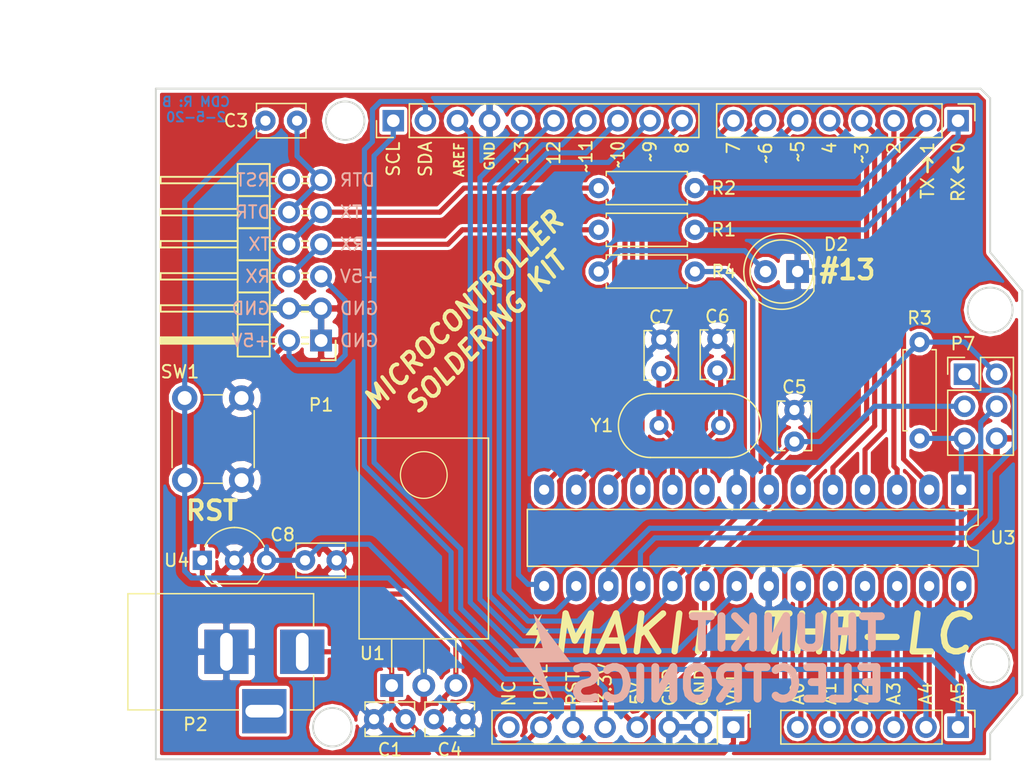
<source format=kicad_pcb>
(kicad_pcb (version 4) (host pcbnew 4.0.5+dfsg1-4)
  (title_block (title "MAKIT-THT Soldering Kit") (date 2018-05-13) (rev B) (company "Thunkit Electronics"))
  (layers (0 F.Cu signal) (31 B.Cu signal) (34 B.Paste user) (35 F.Paste user) (36 B.SilkS user) (37 F.SilkS user) (38 B.Mask user) (39 F.Mask user) (44 Edge.Cuts user))
  (net 0 "")
  (net 1 VIN)
  (net 2 GND)
  (net 3 +5V)
  (net 4 "Net-(C6-Pad2)")
  (net 5 "Net-(C7-Pad2)")
  (net 6 "Net-(P2-Pad3)")
  (net 7 RST)
  (net 8 PC5)
  (net 9 PC4)
  (net 10 PC3)
  (net 11 PC2)
  (net 12 PC1)
  (net 13 PC0)
  (net 14 PB0)
  (net 15 PB1)
  (net 16 PB2)
  (net 17 PB3)
  (net 18 PB4)
  (net 19 PB5)
  (net 20 AREF)
  (net 21 PD0)
  (net 22 PD1)
  (net 23 PD2)
  (net 24 PD3)
  (net 25 PD4)
  (net 26 PD6)
  (net 27 PD7)
  (net 28 "Net-(D2-Pad2)")
  (net 29 PD5)
  (net 30 "Net-(P3-Pad8)")
  (net 31 +3V3)
  (net 32 RST_IN)
  (net 33 TX_AVR)
  (net 34 RX_AVR)
  (net 35 "Net-(P1-Pad12)")
  (module Capacitors_THT:C_Disc_D3.8mm_W2.6mm_P2.50mm (layer F.Cu) (at 125.476 74.422 180)
    (fp_text reference C3 (at 4.826 0 180) (layer F.SilkS))
    (fp_text value 1uF)
    (pad 1 thru_hole circle (at 0 0 180) (size 1.6 1.6) (drill 0.8) (layers *.Cu *.Mask) (net 32 RST_IN))
    (pad 2 thru_hole circle (at 2.5 0 180) (size 1.6 1.6) (drill 0.8) (layers *.Cu *.Mask) (net 7 RST))
  )
  (module Housings_DIP:DIP-28_W7.62mm_LongPads (layer F.Cu) (at 178.054 103.632 270)
    (fp_text reference U3 (at 3.81 -3.302 540) (layer F.SilkS))
    (fp_text value ATMEGA328P-P)
    (pad 1 thru_hole rect (at 0 0 270) (size 2.4 1.6) (drill 0.8) (layers *.Cu *.Mask) (net 7 RST))
    (pad 15 thru_hole oval (at 7.62 33.02 270) (size 2.4 1.6) (drill 0.8) (layers *.Cu *.Mask) (net 15 PB1))
    (pad 2 thru_hole oval (at 0 2.54 270) (size 2.4 1.6) (drill 0.8) (layers *.Cu *.Mask) (net 21 PD0))
    (pad 16 thru_hole oval (at 7.62 30.48 270) (size 2.4 1.6) (drill 0.8) (layers *.Cu *.Mask) (net 16 PB2))
    (pad 3 thru_hole oval (at 0 5.08 270) (size 2.4 1.6) (drill 0.8) (layers *.Cu *.Mask) (net 22 PD1))
    (pad 17 thru_hole oval (at 7.62 27.94 270) (size 2.4 1.6) (drill 0.8) (layers *.Cu *.Mask) (net 17 PB3))
    (pad 4 thru_hole oval (at 0 7.62 270) (size 2.4 1.6) (drill 0.8) (layers *.Cu *.Mask) (net 23 PD2))
    (pad 18 thru_hole oval (at 7.62 25.4 270) (size 2.4 1.6) (drill 0.8) (layers *.Cu *.Mask) (net 18 PB4))
    (pad 5 thru_hole oval (at 0 10.16 270) (size 2.4 1.6) (drill 0.8) (layers *.Cu *.Mask) (net 24 PD3))
    (pad 19 thru_hole oval (at 7.62 22.86 270) (size 2.4 1.6) (drill 0.8) (layers *.Cu *.Mask) (net 19 PB5))
    (pad 6 thru_hole oval (at 0 12.7 270) (size 2.4 1.6) (drill 0.8) (layers *.Cu *.Mask) (net 25 PD4))
    (pad 20 thru_hole oval (at 7.62 20.32 270) (size 2.4 1.6) (drill 0.8) (layers *.Cu *.Mask) (net 3 +5V))
    (pad 7 thru_hole oval (at 0 15.24 270) (size 2.4 1.6) (drill 0.8) (layers *.Cu *.Mask) (net 3 +5V))
    (pad 21 thru_hole oval (at 7.62 17.78 270) (size 2.4 1.6) (drill 0.8) (layers *.Cu *.Mask) (net 20 AREF))
    (pad 8 thru_hole oval (at 0 17.78 270) (size 2.4 1.6) (drill 0.8) (layers *.Cu *.Mask) (net 2 GND))
    (pad 22 thru_hole oval (at 7.62 15.24 270) (size 2.4 1.6) (drill 0.8) (layers *.Cu *.Mask) (net 2 GND))
    (pad 9 thru_hole oval (at 0 20.32 270) (size 2.4 1.6) (drill 0.8) (layers *.Cu *.Mask) (net 4 "Net-(C6-Pad2)"))
    (pad 23 thru_hole oval (at 7.62 12.7 270) (size 2.4 1.6) (drill 0.8) (layers *.Cu *.Mask) (net 13 PC0))
    (pad 10 thru_hole oval (at 0 22.86 270) (size 2.4 1.6) (drill 0.8) (layers *.Cu *.Mask) (net 5 "Net-(C7-Pad2)"))
    (pad 24 thru_hole oval (at 7.62 10.16 270) (size 2.4 1.6) (drill 0.8) (layers *.Cu *.Mask) (net 12 PC1))
    (pad 11 thru_hole oval (at 0 25.4 270) (size 2.4 1.6) (drill 0.8) (layers *.Cu *.Mask) (net 29 PD5))
    (pad 25 thru_hole oval (at 7.62 7.62 270) (size 2.4 1.6) (drill 0.8) (layers *.Cu *.Mask) (net 11 PC2))
    (pad 12 thru_hole oval (at 0 27.94 270) (size 2.4 1.6) (drill 0.8) (layers *.Cu *.Mask) (net 26 PD6))
    (pad 26 thru_hole oval (at 7.62 5.08 270) (size 2.4 1.6) (drill 0.8) (layers *.Cu *.Mask) (net 10 PC3))
    (pad 13 thru_hole oval (at 0 30.48 270) (size 2.4 1.6) (drill 0.8) (layers *.Cu *.Mask) (net 27 PD7))
    (pad 27 thru_hole oval (at 7.62 2.54 270) (size 2.4 1.6) (drill 0.8) (layers *.Cu *.Mask) (net 9 PC4))
    (pad 14 thru_hole oval (at 0 33.02 270) (size 2.4 1.6) (drill 0.8) (layers *.Cu *.Mask) (net 14 PB0))
    (pad 28 thru_hole oval (at 7.62 0 270) (size 2.4 1.6) (drill 0.8) (layers *.Cu *.Mask) (net 8 PC5))
  )
  (module Capacitors_THT:C_Disc_D3.8mm_W2.6mm_P2.50mm (layer F.Cu) (at 164.846 99.822 90)
    (fp_text reference C5 (at 4.318 0 180) (layer F.SilkS))
    (fp_text value 1uF)
    (pad 1 thru_hole circle (at 0 0 90) (size 1.6 1.6) (drill 0.8) (layers *.Cu *.Mask) (net 3 +5V))
    (pad 2 thru_hole circle (at 2.5 0 90) (size 1.6 1.6) (drill 0.8) (layers *.Cu *.Mask) (net 2 GND))
  )
  (module Capacitors_THT:C_Disc_D3.8mm_W2.6mm_P2.50mm (layer F.Cu) (at 134.072 121.793 180)
    (fp_text reference C1 (at 1.23 -2.413 180) (layer F.SilkS))
    (fp_text value 1uF)
    (pad 1 thru_hole circle (at 0 0 180) (size 1.6 1.6) (drill 0.8) (layers *.Cu *.Mask) (net 1 VIN))
    (pad 2 thru_hole circle (at 2.5 0 180) (size 1.6 1.6) (drill 0.8) (layers *.Cu *.Mask) (net 2 GND))
  )
  (module Capacitors_THT:C_Disc_D3.8mm_W2.6mm_P2.50mm (layer F.Cu) (at 136.311 121.793)
    (fp_text reference C4 (at 1.25 2.413) (layer F.SilkS))
    (fp_text value 1uF)
    (pad 1 thru_hole circle (at 0 0) (size 1.6 1.6) (drill 0.8) (layers *.Cu *.Mask) (net 3 +5V))
    (pad 2 thru_hole circle (at 2.5 0) (size 1.6 1.6) (drill 0.8) (layers *.Cu *.Mask) (net 2 GND))
  )
  (module Capacitors_THT:C_Disc_D3.8mm_W2.6mm_P2.50mm (layer F.Cu) (at 158.75 91.694 270)
    (fp_text reference C6 (at -1.778 0 360) (layer F.SilkS))
    (fp_text value 22pF)
    (pad 1 thru_hole circle (at 0 0 270) (size 1.6 1.6) (drill 0.8) (layers *.Cu *.Mask) (net 2 GND))
    (pad 2 thru_hole circle (at 2.5 0 270) (size 1.6 1.6) (drill 0.8) (layers *.Cu *.Mask) (net 4 "Net-(C6-Pad2)"))
  )
  (module Capacitors_THT:C_Disc_D3.8mm_W2.6mm_P2.50mm (layer F.Cu) (at 154.305 91.748 270)
    (fp_text reference C7 (at -1.778 0 360) (layer F.SilkS))
    (fp_text value 22pF)
    (pad 1 thru_hole circle (at 0 0 270) (size 1.6 1.6) (drill 0.8) (layers *.Cu *.Mask) (net 2 GND))
    (pad 2 thru_hole circle (at 2.5 0 270) (size 1.6 1.6) (drill 0.8) (layers *.Cu *.Mask) (net 5 "Net-(C7-Pad2)"))
  )
  (module Connectors:BARREL_JACK (layer F.Cu) (at 125.888 116.459)
    (fp_text reference P2 (at -8.45 5.75 180) (layer F.SilkS))
    (fp_text value BARREL_JACK)
    (pad 1 thru_hole rect (at 0 0) (size 3.5 3.5) (drill oval 1 3) (layers *.Cu *.Mask) (net 1 VIN))
    (pad 2 thru_hole rect (at -6 0) (size 3.5 3.5) (drill oval 1 3) (layers *.Cu *.Mask) (net 2 GND))
    (pad 3 thru_hole rect (at -3 4.7) (size 3.5 3.5) (drill oval 3 1) (layers *.Cu *.Mask) (net 6 "Net-(P2-Pad3)"))
  )
  (module Pin_Headers:Pin_Header_Straight_1x06_Pitch2.54mm (layer F.Cu) (at 177.8 122.428 270)
    (fp_text reference P4 hide)
    (fp_text value CONN_01X06)
    (pad 1 thru_hole rect (at 0 0 270) (size 1.7 1.7) (drill 1) (layers *.Cu *.Mask) (net 8 PC5))
    (pad 2 thru_hole oval (at 0 2.54 270) (size 1.7 1.7) (drill 1) (layers *.Cu *.Mask) (net 9 PC4))
    (pad 3 thru_hole oval (at 0 5.08 270) (size 1.7 1.7) (drill 1) (layers *.Cu *.Mask) (net 10 PC3))
    (pad 4 thru_hole oval (at 0 7.62 270) (size 1.7 1.7) (drill 1) (layers *.Cu *.Mask) (net 11 PC2))
    (pad 5 thru_hole oval (at 0 10.16 270) (size 1.7 1.7) (drill 1) (layers *.Cu *.Mask) (net 12 PC1))
    (pad 6 thru_hole oval (at 0 12.7 270) (size 1.7 1.7) (drill 1) (layers *.Cu *.Mask) (net 13 PC0))
  )
  (module Pin_Headers:Pin_Header_Straight_1x08_Pitch2.54mm (layer F.Cu) (at 177.8 74.422 270)
    (fp_text reference P6 hide)
    (fp_text value CONN_01X08)
    (pad 1 thru_hole rect (at 0 0 270) (size 1.7 1.7) (drill 1) (layers *.Cu *.Mask) (net 21 PD0))
    (pad 2 thru_hole oval (at 0 2.54 270) (size 1.7 1.7) (drill 1) (layers *.Cu *.Mask) (net 22 PD1))
    (pad 3 thru_hole oval (at 0 5.08 270) (size 1.7 1.7) (drill 1) (layers *.Cu *.Mask) (net 23 PD2))
    (pad 4 thru_hole oval (at 0 7.62 270) (size 1.7 1.7) (drill 1) (layers *.Cu *.Mask) (net 24 PD3))
    (pad 5 thru_hole oval (at 0 10.16 270) (size 1.7 1.7) (drill 1) (layers *.Cu *.Mask) (net 25 PD4))
    (pad 6 thru_hole oval (at 0 12.7 270) (size 1.7 1.7) (drill 1) (layers *.Cu *.Mask) (net 29 PD5))
    (pad 7 thru_hole oval (at 0 15.24 270) (size 1.7 1.7) (drill 1) (layers *.Cu *.Mask) (net 26 PD6))
    (pad 8 thru_hole oval (at 0 17.78 270) (size 1.7 1.7) (drill 1) (layers *.Cu *.Mask) (net 27 PD7))
  )
  (module Resistors_THT:R_Axial_DIN0207_L6.3mm_D2.5mm_P7.62mm_Horizontal (layer F.Cu) (at 156.972 83.058 180)
    (fp_text reference R1 (at -2.286 0 180) (layer F.SilkS))
    (fp_text value 1K)
    (pad 1 thru_hole circle (at 0 0 180) (size 1.6 1.6) (drill 0.8) (layers *.Cu *.Mask) (net 21 PD0))
    (pad 2 thru_hole oval (at 7.62 0 180) (size 1.6 1.6) (drill 0.8) (layers *.Cu *.Mask) (net 34 RX_AVR))
  )
  (module Resistors_THT:R_Axial_DIN0207_L6.3mm_D2.5mm_P7.62mm_Horizontal (layer F.Cu) (at 156.972 79.756 180)
    (fp_text reference R2 (at -2.286 0 180) (layer F.SilkS))
    (fp_text value 1K)
    (pad 1 thru_hole circle (at 0 0 180) (size 1.6 1.6) (drill 0.8) (layers *.Cu *.Mask) (net 22 PD1))
    (pad 2 thru_hole oval (at 7.62 0 180) (size 1.6 1.6) (drill 0.8) (layers *.Cu *.Mask) (net 33 TX_AVR))
  )
  (module Resistors_THT:R_Axial_DIN0207_L6.3mm_D2.5mm_P7.62mm_Horizontal (layer F.Cu) (at 174.752 91.948 270)
    (fp_text reference R3 (at -1.905 0 360) (layer F.SilkS))
    (fp_text value 10K)
    (pad 1 thru_hole circle (at 0 0 270) (size 1.6 1.6) (drill 0.8) (layers *.Cu *.Mask) (net 3 +5V))
    (pad 2 thru_hole oval (at 7.62 0 270) (size 1.6 1.6) (drill 0.8) (layers *.Cu *.Mask) (net 7 RST))
  )
  (module Buttons_Switches_THT:SW_PUSH_6mm (layer F.Cu) (at 116.586 102.87 90)
    (fp_text reference SW1 (at 8.5725 -0.381 360) (layer F.SilkS))
    (fp_text value Push_SW)
    (pad 2 thru_hole circle (at 0 4.5 180) (size 2 2) (drill 1.1) (layers *.Cu *.Mask) (net 2 GND))
    (pad 1 thru_hole circle (at 0 0 180) (size 2 2) (drill 1.1) (layers *.Cu *.Mask) (net 7 RST))
    (pad 2 thru_hole circle (at 6.5 4.5 180) (size 2 2) (drill 1.1) (layers *.Cu *.Mask) (net 2 GND))
    (pad 1 thru_hole circle (at 6.5 0 180) (size 2 2) (drill 1.1) (layers *.Cu *.Mask) (net 7 RST))
  )
  (module Crystals:Crystal_HC49-U_Vertical (layer F.Cu) (at 159.004 98.552 180)
    (fp_text reference Y1 (at 9.398 0 180) (layer F.SilkS))
    (fp_text value 16MHz)
    (pad 1 thru_hole circle (at 0 0 180) (size 1.5 1.5) (drill 0.8) (layers *.Cu *.Mask) (net 4 "Net-(C6-Pad2)"))
    (pad 2 thru_hole circle (at 4.88 0 180) (size 1.5 1.5) (drill 0.8) (layers *.Cu *.Mask) (net 5 "Net-(C7-Pad2)"))
  )
  (module LEDs:LED_D5.0mm (layer F.Cu) (at 165.1 86.36 180)
    (fp_text reference D2 (at -3.048 2.159 360) (layer F.SilkS))
    (fp_text value LED)
    (pad 1 thru_hole rect (at 0 0 180) (size 1.8 1.8) (drill 0.9) (layers *.Cu *.Mask) (net 2 GND))
    (pad 2 thru_hole circle (at 2.54 0 180) (size 1.8 1.8) (drill 0.9) (layers *.Cu *.Mask) (net 28 "Net-(D2-Pad2)"))
  )
  (module Resistors_THT:R_Axial_DIN0207_L6.3mm_D2.5mm_P7.62mm_Horizontal (layer F.Cu) (at 149.352 86.36)
    (fp_text reference R4 (at 9.906 0 180) (layer F.SilkS))
    (fp_text value 330)
    (pad 1 thru_hole circle (at 0 0) (size 1.6 1.6) (drill 0.8) (layers *.Cu *.Mask) (net 28 "Net-(D2-Pad2)"))
    (pad 2 thru_hole oval (at 7.62 0) (size 1.6 1.6) (drill 0.8) (layers *.Cu *.Mask) (net 19 PB5))
  )
  (module Pin_Headers:Pin_Header_Straight_1x08_Pitch2.54mm (layer F.Cu) (at 160.02 122.428 270)
    (fp_text reference P3 hide)
    (fp_text value CONN_01X08)
    (pad 1 thru_hole rect (at 0 0 270) (size 1.7 1.7) (drill 1) (layers *.Cu *.Mask) (net 1 VIN))
    (pad 2 thru_hole oval (at 0 2.54 270) (size 1.7 1.7) (drill 1) (layers *.Cu *.Mask) (net 2 GND))
    (pad 3 thru_hole oval (at 0 5.08 270) (size 1.7 1.7) (drill 1) (layers *.Cu *.Mask) (net 2 GND))
    (pad 4 thru_hole oval (at 0 7.62 270) (size 1.7 1.7) (drill 1) (layers *.Cu *.Mask) (net 3 +5V))
    (pad 5 thru_hole oval (at 0 10.16 270) (size 1.7 1.7) (drill 1) (layers *.Cu *.Mask) (net 31 +3V3))
    (pad 6 thru_hole oval (at 0 12.7 270) (size 1.7 1.7) (drill 1) (layers *.Cu *.Mask) (net 7 RST))
    (pad 7 thru_hole oval (at 0 15.24 270) (size 1.7 1.7) (drill 1) (layers *.Cu *.Mask) (net 3 +5V))
    (pad 8 thru_hole oval (at 0 17.78 270) (size 1.7 1.7) (drill 1) (layers *.Cu *.Mask) (net 30 "Net-(P3-Pad8)"))
  )
  (module MOD:lightning (layer F.Cu) (at 144.526 114.808)
    (fp_text reference G*** hide)
    (fp_text value LOGO hide)
  )
  (module Pin_Headers:Pin_Header_Straight_2x03_Pitch2.54mm (layer F.Cu) (at 178.308 94.488)
    (fp_text reference P7 (at -0.127 -2.413) (layer F.SilkS))
    (fp_text value ICSP)
    (pad 1 thru_hole rect (at 0 0) (size 1.7 1.7) (drill 1) (layers *.Cu *.Mask) (net 18 PB4))
    (pad 2 thru_hole oval (at 2.54 0) (size 1.7 1.7) (drill 1) (layers *.Cu *.Mask) (net 3 +5V))
    (pad 3 thru_hole oval (at 0 2.54) (size 1.7 1.7) (drill 1) (layers *.Cu *.Mask) (net 19 PB5))
    (pad 4 thru_hole oval (at 2.54 2.54) (size 1.7 1.7) (drill 1) (layers *.Cu *.Mask) (net 17 PB3))
    (pad 5 thru_hole oval (at 0 5.08) (size 1.7 1.7) (drill 1) (layers *.Cu *.Mask) (net 7 RST))
    (pad 6 thru_hole oval (at 2.54 5.08) (size 1.7 1.7) (drill 1) (layers *.Cu *.Mask) (net 2 GND))
  )
  (module Pin_Headers:Pin_Header_Straight_1x10_Pitch2.54mm (layer F.Cu) (at 133.096 74.422 90)
    (fp_text reference P5 hide)
    (fp_text value CONN_01X10)
    (pad 1 thru_hole rect (at 0 0 90) (size 1.7 1.7) (drill 1) (layers *.Cu *.Mask) (net 8 PC5))
    (pad 2 thru_hole oval (at 0 2.54 90) (size 1.7 1.7) (drill 1) (layers *.Cu *.Mask) (net 9 PC4))
    (pad 3 thru_hole oval (at 0 5.08 90) (size 1.7 1.7) (drill 1) (layers *.Cu *.Mask) (net 20 AREF))
    (pad 4 thru_hole oval (at 0 7.62 90) (size 1.7 1.7) (drill 1) (layers *.Cu *.Mask) (net 2 GND))
    (pad 5 thru_hole oval (at 0 10.16 90) (size 1.7 1.7) (drill 1) (layers *.Cu *.Mask) (net 19 PB5))
    (pad 6 thru_hole oval (at 0 12.7 90) (size 1.7 1.7) (drill 1) (layers *.Cu *.Mask) (net 18 PB4))
    (pad 7 thru_hole oval (at 0 15.24 90) (size 1.7 1.7) (drill 1) (layers *.Cu *.Mask) (net 17 PB3))
    (pad 8 thru_hole oval (at 0 17.78 90) (size 1.7 1.7) (drill 1) (layers *.Cu *.Mask) (net 16 PB2))
    (pad 9 thru_hole oval (at 0 20.32 90) (size 1.7 1.7) (drill 1) (layers *.Cu *.Mask) (net 15 PB1))
    (pad 10 thru_hole oval (at 0 22.86 90) (size 1.7 1.7) (drill 1) (layers *.Cu *.Mask) (net 14 PB0))
  )
  (module Capacitors_THT:C_Disc_D3.8mm_W2.6mm_P2.50mm (layer F.Cu) (at 126.111 109.22)
    (fp_text reference C8 (at -1.778 -2.032 180) (layer F.SilkS))
    (fp_text value 1uF)
    (pad 1 thru_hole circle (at 0 0) (size 1.6 1.6) (drill 0.8) (layers *.Cu *.Mask) (net 31 +3V3))
    (pad 2 thru_hole circle (at 2.5 0) (size 1.6 1.6) (drill 0.8) (layers *.Cu *.Mask) (net 2 GND))
  )
  (module TO_SOT_Packages_THT:TO-92_Inline_Wide (layer F.Cu) (at 117.983 109.22)
    (fp_text reference U4 (at -2.032 0 180) (layer F.SilkS))
    (fp_text value "3.3V Reg.")
    (pad 2 thru_hole circle (at 2.54 0 90) (size 1.52 1.52) (drill 0.8) (layers *.Cu *.Mask) (net 2 GND))
    (pad 3 thru_hole circle (at 5.08 0 90) (size 1.52 1.52) (drill 0.8) (layers *.Cu *.Mask) (net 31 +3V3))
    (pad 1 thru_hole rect (at 0 0 90) (size 1.52 1.52) (drill 0.8) (layers *.Cu *.Mask) (net 3 +5V))
  )
  (module MOD:TO-220-3_Horizontal_NO_HOLE (layer F.Cu) (at 132.969 119.126)
    (fp_text reference U1 (at -1.524 -2.54) (layer F.SilkS))
    (fp_text value LM7805CT)
    (pad 1 thru_hole rect (at 0 0) (size 1.8 1.8) (drill 1) (layers *.Cu *.Mask) (net 1 VIN))
    (pad 2 thru_hole oval (at 2.54 0) (size 1.8 1.8) (drill 1) (layers *.Cu *.Mask) (net 2 GND))
    (pad 3 thru_hole oval (at 5.08 0) (size 1.8 1.8) (drill 1) (layers *.Cu *.Mask) (net 3 +5V))
  )
  (module MOD:lightning3 (layer B.Cu) (at 144.9705 117.0305)
    (fp_text reference G*** hide)
    (fp_text value LOGO hide)
  )
  (module Pin_Headers:Pin_Header_Angled_2x06 (layer F.Cu) (at 127.381 91.821 180)
    (fp_text reference P1 (at 0 -5.1 180) (layer F.SilkS))
    (fp_text value CONN_02X06)
    (pad 1 thru_hole rect (at 0 0 180) (size 1.7272 1.7272) (drill 1.016) (layers *.Cu *.Mask) (net 2 GND))
    (pad 2 thru_hole oval (at 2.54 0 180) (size 1.7272 1.7272) (drill 1.016) (layers *.Cu *.Mask) (net 3 +5V))
    (pad 3 thru_hole oval (at 0 2.54 180) (size 1.7272 1.7272) (drill 1.016) (layers *.Cu *.Mask) (net 2 GND))
    (pad 4 thru_hole oval (at 2.54 2.54 180) (size 1.7272 1.7272) (drill 1.016) (layers *.Cu *.Mask) (net 2 GND))
    (pad 5 thru_hole oval (at 0 5.08 180) (size 1.7272 1.7272) (drill 1.016) (layers *.Cu *.Mask) (net 3 +5V))
    (pad 6 thru_hole oval (at 2.54 5.08 180) (size 1.7272 1.7272) (drill 1.016) (layers *.Cu *.Mask) (net 34 RX_AVR))
    (pad 7 thru_hole oval (at 0 7.62 180) (size 1.7272 1.7272) (drill 1.016) (layers *.Cu *.Mask) (net 34 RX_AVR))
    (pad 8 thru_hole oval (at 2.54 7.62 180) (size 1.7272 1.7272) (drill 1.016) (layers *.Cu *.Mask) (net 33 TX_AVR))
    (pad 9 thru_hole oval (at 0 10.16 180) (size 1.7272 1.7272) (drill 1.016) (layers *.Cu *.Mask) (net 33 TX_AVR))
    (pad 10 thru_hole oval (at 2.54 10.16 180) (size 1.7272 1.7272) (drill 1.016) (layers *.Cu *.Mask) (net 32 RST_IN))
    (pad 11 thru_hole oval (at 0 12.7 180) (size 1.7272 1.7272) (drill 1.016) (layers *.Cu *.Mask) (net 32 RST_IN))
    (pad 12 thru_hole oval (at 2.54 12.7 180) (size 1.7272 1.7272) (drill 1.016) (layers *.Cu *.Mask) (net 35 "Net-(P1-Pad12)"))
  )
  (gr_text +5V (at 123.444 91.821) (layer B.SilkS) (effects (font (size 1 1)) (justify left mirror)))
  (gr_text GND (at 123.444 89.281) (layer B.SilkS) (effects (font (size 1 1)) (justify left mirror)))
  (gr_text RX (at 123.444 86.741) (layer B.SilkS) (effects (font (size 1 1)) (justify left mirror)))
  (gr_text TX (at 123.444 84.201) (layer B.SilkS) (effects (font (size 1 1)) (justify left mirror)))
  (gr_text DTR (at 123.444 81.661) (layer B.SilkS) (effects (font (size 1 1)) (justify left mirror)))
  (gr_text RST (at 123.444 79.121) (layer B.SilkS) (effects (font (size 1 1)) (justify left mirror)))
  (gr_text "SOLDERING KIT" (at 140.462 91.186 45) (layer F.SilkS) (effects (font (size 1.5 1.5) (thickness 0.3) italic)))
  (gr_text MICROCONTROLLER (at 138.684 89.408 45) (layer F.SilkS) (effects (font (size 1.5 1.5) (thickness 0.3) italic)))
  (gr_text GND (at 128.778 91.821) (layer B.SilkS) (effects (font (size 1 1)) (justify right mirror)))
  (gr_text GND (at 128.778 89.281) (layer B.SilkS) (effects (font (size 1 1)) (justify right mirror)))
  (gr_text +5V (at 128.778 86.741) (layer B.SilkS) (effects (font (size 1 1)) (justify right mirror)))
  (gr_text RX (at 128.778 84.201) (layer B.SilkS) (effects (font (size 1 1)) (justify right mirror)))
  (gr_text TX (at 128.778 81.661) (layer B.SilkS) (effects (font (size 1 1)) (justify right mirror)))
  (gr_text DTR (at 128.778 79.121) (layer B.SilkS) (effects (font (size 1 1)) (justify right mirror)))
  (gr_line (start 179.578 71.882) (end 180.34 72.644) (layer Edge.Cuts) (width 0.15))
  (gr_text "THUNKIT\nELECTRONICS" (at 172.339 117.0305) (layer B.SilkS) (effects (font (size 2.5 2.5) (thickness 0.625)) (justify left mirror)))
  (gr_text 1 (at 175.387 76.581 90) (layer F.SilkS) (effects (font (size 1 1))))
  (gr_text 0 (at 177.8 76.581 90) (layer F.SilkS) (effects (font (size 1 1))))
  (gr_line (start 177.8 78.486) (end 177.418999 78.105) (layer F.SilkS) (width 0.2))
  (gr_line (start 177.8 78.486) (end 178.181 78.105) (layer F.SilkS) (width 0.2))
  (gr_line (start 177.8 77.343001) (end 177.8 78.486) (layer F.SilkS) (width 0.2))
  (gr_line (start 175.387 77.343) (end 175.768 77.724) (layer F.SilkS) (width 0.2))
  (gr_line (start 175.387 77.343) (end 175.006 77.724) (layer F.SilkS) (width 0.2))
  (gr_line (start 175.387 78.486) (end 175.387 77.343) (layer F.SilkS) (width 0.2))
  (gr_circle (center 128.27 122.428) (end 129.794 122.428) (layer Edge.Cuts) (width 0.15))
  (gr_text RX (at 177.8 79.883 90) (layer F.SilkS) (effects (font (size 1 1))))
  (gr_text TX (at 175.387 79.756 90) (layer F.SilkS) (effects (font (size 1 1))))
  (gr_text 2 (at 172.72 76.581 90) (layer F.SilkS) (effects (font (size 1 1))))
  (gr_text ~~3 (at 170.18 76.962 90) (layer F.SilkS) (effects (font (size 1 1))))
  (gr_text 4 (at 167.64 76.581 90) (layer F.SilkS) (effects (font (size 1 1))))
  (gr_text ~~5 (at 165.1 76.835 90) (layer F.SilkS) (effects (font (size 1 1))))
  (gr_text ~~6 (at 162.56 76.962 90) (layer F.SilkS) (effects (font (size 1 1))))
  (gr_text 7 (at 160.02 76.581 90) (layer F.SilkS) (effects (font (size 1 1))))
  (gr_text 8 (at 155.956 76.581 90) (layer F.SilkS) (effects (font (size 1 1))))
  (gr_text ~~9 (at 153.416 76.835 90) (layer F.SilkS) (effects (font (size 1 1))))
  (gr_text ~~10 (at 150.876 77.089 90) (layer F.SilkS) (effects (font (size 1 0.8))))
  (gr_text ~~11 (at 148.336 77.216 90) (layer F.SilkS) (effects (font (size 1 1))))
  (gr_text 12 (at 145.796 76.962 90) (layer F.SilkS) (effects (font (size 1 1))))
  (gr_text 13 (at 143.256 76.962 90) (layer F.SilkS) (effects (font (size 1 1))))
  (gr_text GND (at 140.716 77.216 90) (layer F.SilkS) (effects (font (size 0.75 0.75))))
  (gr_text "AREF " (at 138.303 77.216 90) (layer F.SilkS) (effects (font (size 0.75 0.75))))
  (gr_text SCL (at 133.096 77.47 90) (layer F.SilkS) (effects (font (size 1 1))))
  (gr_text SDA (at 135.636 77.47 90) (layer F.SilkS) (effects (font (size 1 1))))
  (gr_text A5 (at 177.8 119.761 90) (layer F.SilkS) (effects (font (size 1 1))))
  (gr_text A4 (at 175.26 119.761 90) (layer F.SilkS) (effects (font (size 1 1))))
  (gr_text A3 (at 172.72 119.761 90) (layer F.SilkS) (effects (font (size 1 1))))
  (gr_text A2 (at 170.18 119.761 90) (layer F.SilkS) (effects (font (size 1 1))))
  (gr_text A1 (at 167.64 119.761 90) (layer F.SilkS) (effects (font (size 1 1))))
  (gr_text A0 (at 165.1 119.761 90) (layer F.SilkS) (effects (font (size 1 1))))
  (gr_text VIN (at 160.02 119.507 90) (layer F.SilkS) (effects (font (size 1 1))))
  (gr_text GND (at 157.48 119.253 90) (layer F.SilkS) (effects (font (size 1 1))))
  (gr_text GND (at 154.94 119.253 90) (layer F.SilkS) (effects (font (size 1 1))))
  (gr_text 5V (at 152.4 119.761 90) (layer F.SilkS) (effects (font (size 1 1))))
  (gr_text 3.3V (at 149.86 118.999 90) (layer F.SilkS) (effects (font (size 1 1))))
  (gr_text RST (at 147.32 119.38 90) (layer F.SilkS) (effects (font (size 1 1))))
  (gr_text IOREF (at 144.78 118.618 90) (layer F.SilkS) (effects (font (size 1 1))))
  (gr_text NC (at 142.24 119.761 90) (layer F.SilkS) (effects (font (size 1 1))))
  (gr_text "CDM R: B\n2-5-20" (at 117.475 73.533) (layer B.Cu) (effects (font (size 0.75 0.75)) (justify mirror)))
  (gr_text RST (at 118.745 105.283) (layer F.SilkS) (effects (font (size 1.5 1.5) (thickness 0.3))))
  (gr_text MAKIT-THT-LC (at 162.306 115.062) (layer F.SilkS) (effects (font (size 3 3) (thickness 0.5) italic)))
  (gr_text "#13" (at 169.037 86.233) (layer F.SilkS) (effects (font (size 1.5 1.5) (thickness 0.3))))
  (gr_circle (center 180.34 117.348) (end 181.864 117.348) (layer Edge.Cuts) (width 0.15))
  (gr_circle (center 180.34 89.408) (end 182.118 89.408) (layer Edge.Cuts) (width 0.15))
  (gr_circle (center 129.286 74.422) (end 130.81 74.422) (layer Edge.Cuts) (width 0.15))
  (gr_line (start 180.34 122.936) (end 180.34 124.968) (layer Edge.Cuts) (width 0.15))
  (gr_line (start 182.88 119.888) (end 180.34 122.936) (layer Edge.Cuts) (width 0.15))
  (gr_line (start 182.88 87.884) (end 182.88 119.888) (layer Edge.Cuts) (width 0.15))
  (gr_line (start 180.34 84.836) (end 182.88 87.884) (layer Edge.Cuts) (width 0.15))
  (gr_line (start 180.34 72.644) (end 180.34 84.836) (layer Edge.Cuts) (width 0.15))
  (gr_line (start 114.3 71.882) (end 179.578 71.882) (layer Edge.Cuts) (width 0.15))
  (gr_line (start 114.3 124.968) (end 114.3 71.882) (layer Edge.Cuts) (width 0.15))
  (gr_line (start 180.34 124.968) (end 114.3 124.968) (layer Edge.Cuts) (width 0.15))
  (segment (start 134.072 121.793) (end 136.739 124.46) (width 0.4064) (layer F.Cu) (net 1))
  (segment (start 136.739 124.46) (end 159.258 124.46) (width 0.4064) (layer F.Cu) (net 1))
  (segment (start 159.258 124.46) (end 159.258 124.4464) (width 0.4064) (layer F.Cu) (net 1))
  (segment (start 159.258 124.4464) (end 160.02 123.6844) (width 0.4064) (layer F.Cu) (net 1))
  (segment (start 160.02 123.6844) (end 160.02 122.428) (width 0.4064) (layer F.Cu) (net 1))
  (segment (start 132.969 119.126) (end 132.969 120.69) (width 0.4064) (layer F.Cu) (net 1))
  (segment (start 132.969 120.69) (end 134.072 121.793) (width 0.4064) (layer F.Cu) (net 1))
  (segment (start 125.888 116.459) (end 131.6084 116.459) (width 0.4064) (layer F.Cu) (net 1))
  (segment (start 131.6084 116.459) (end 132.969 117.8196) (width 0.4064) (layer F.Cu) (net 1))
  (segment (start 132.969 117.8196) (end 132.969 119.126) (width 0.4064) (layer F.Cu) (net 1))
  (segment (start 129.286 92.964) (end 129.286 88.646) (width 0.4064) (layer B.Cu) (net 3))
  (segment (start 129.286 88.646) (end 127.381 86.741) (width 0.4064) (layer B.Cu) (net 3))
  (segment (start 128.524 93.726) (end 129.286 92.964) (width 0.4064) (layer B.Cu) (net 3))
  (segment (start 125.524686 93.726) (end 128.524 93.726) (width 0.4064) (layer B.Cu) (net 3))
  (segment (start 124.841 91.821) (end 124.841 93.042314) (width 0.4064) (layer B.Cu) (net 3))
  (segment (start 124.841 93.042314) (end 125.524686 93.726) (width 0.4064) (layer B.Cu) (net 3))
  (segment (start 123.698 103.378) (end 123.698 92.964) (width 0.4064) (layer F.Cu) (net 3))
  (segment (start 123.698 92.964) (end 124.841 91.821) (width 0.4064) (layer F.Cu) (net 3))
  (segment (start 117.983 109.22) (end 117.983 107.061) (width 0.4064) (layer F.Cu) (net 3))
  (segment (start 117.983 107.061) (end 119.761 105.283) (width 0.4064) (layer F.Cu) (net 3))
  (segment (start 119.761 105.283) (end 121.793 105.283) (width 0.4064) (layer F.Cu) (net 3))
  (segment (start 121.793 105.283) (end 123.698 103.378) (width 0.4064) (layer F.Cu) (net 3))
  (segment (start 138.049 119.126) (end 137.149001 120.025999) (width 0.4064) (layer F.Cu) (net 3))
  (segment (start 137.149001 120.025999) (end 137.149001 120.954999) (width 0.4064) (layer F.Cu) (net 3))
  (segment (start 137.149001 120.954999) (end 136.311 121.793) (width 0.4064) (layer F.Cu) (net 3))
  (segment (start 133.985 111.887) (end 138.049 115.951) (width 0.4064) (layer F.Cu) (net 3))
  (segment (start 118.237 110.617) (end 119.507 111.887) (width 0.4064) (layer F.Cu) (net 3))
  (segment (start 119.507 111.887) (end 133.985 111.887) (width 0.4064) (layer F.Cu) (net 3))
  (segment (start 118.2136 110.617) (end 118.237 110.617) (width 0.4064) (layer F.Cu) (net 3))
  (segment (start 138.049 115.951) (end 138.049 119.126) (width 0.4064) (layer F.Cu) (net 3))
  (segment (start 144.78 122.428) (end 143.523599 123.684401) (width 0.4064) (layer F.Cu) (net 3))
  (segment (start 143.523599 123.684401) (end 138.202401 123.684401) (width 0.4064) (layer F.Cu) (net 3))
  (segment (start 138.202401 123.684401) (end 136.311 121.793) (width 0.4064) (layer F.Cu) (net 3))
  (segment (start 117.983 109.22) (end 117.983 110.3864) (width 0.4064) (layer F.Cu) (net 3))
  (segment (start 117.983 110.3864) (end 118.2136 110.617) (width 0.4064) (layer F.Cu) (net 3))
  (segment (start 164.846 99.822) (end 166.878 99.822) (width 0.4064) (layer B.Cu) (net 3))
  (segment (start 166.878 99.822) (end 174.752 91.948) (width 0.4064) (layer B.Cu) (net 3))
  (segment (start 162.814 103.632) (end 162.814 101.854) (width 0.4064) (layer F.Cu) (net 3))
  (segment (start 162.814 101.854) (end 164.846 99.822) (width 0.4064) (layer F.Cu) (net 3))
  (segment (start 157.734 116.713) (end 157.734 111.252) (width 0.4064) (layer F.Cu) (net 3))
  (segment (start 152.4 122.047) (end 157.734 116.713) (width 0.4064) (layer F.Cu) (net 3))
  (segment (start 152.4 122.428) (end 152.4 122.047) (width 0.4064) (layer F.Cu) (net 3))
  (segment (start 150.876 120.904) (end 152.4 122.428) (width 0.4064) (layer F.Cu) (net 3))
  (segment (start 162.814 104.883) (end 162.814 103.632) (width 0.4064) (layer F.Cu) (net 3))
  (segment (start 157.734 109.963) (end 157.734 111.252) (width 0.4064) (layer F.Cu) (net 3))
  (segment (start 162.814 104.883) (end 157.734 109.963) (width 0.4064) (layer F.Cu) (net 3))
  (segment (start 146.304 120.904) (end 150.876 120.904) (width 0.4064) (layer F.Cu) (net 3))
  (segment (start 174.244 91.948) (end 178.308 91.948) (width 0.4064) (layer B.Cu) (net 3))
  (segment (start 178.308 91.948) (end 180.848 94.488) (width 0.4064) (layer B.Cu) (net 3))
  (segment (start 144.78 122.428) (end 146.304 120.904) (width 0.4064) (layer F.Cu) (net 3))
  (segment (start 157.734 99.822) (end 157.734 103.632) (width 0.4064) (layer F.Cu) (net 4))
  (segment (start 159.004 98.552) (end 159.004 94.194) (width 0.4064) (layer F.Cu) (net 4))
  (segment (start 159.004 98.552) (end 157.734 99.822) (width 0.4064) (layer F.Cu) (net 4))
  (segment (start 155.194 99.568) (end 155.194 103.632) (width 0.4064) (layer F.Cu) (net 5))
  (segment (start 154.124 98.552) (end 154.124 94.248) (width 0.4064) (layer F.Cu) (net 5))
  (segment (start 154.124 98.498) (end 155.194 99.568) (width 0.4064) (layer F.Cu) (net 5))
  (segment (start 122.976 74.422) (end 116.586 80.812) (width 0.4064) (layer B.Cu) (net 7))
  (segment (start 116.586 80.812) (end 116.586 96.37) (width 0.4064) (layer B.Cu) (net 7))
  (segment (start 116.586 102.87) (end 116.586 110.074522) (width 0.4064) (layer B.Cu) (net 7))
  (segment (start 116.586 110.074522) (end 117.128478 110.617) (width 0.4064) (layer B.Cu) (net 7))
  (segment (start 117.128478 110.617) (end 132.715 110.617) (width 0.4064) (layer B.Cu) (net 7))
  (segment (start 132.715 110.617) (end 141.478 119.38) (width 0.4064) (layer B.Cu) (net 7))
  (segment (start 141.478 119.38) (end 146.685 119.38) (width 0.4064) (layer B.Cu) (net 7))
  (segment (start 146.685 119.38) (end 147.32 120.015) (width 0.4064) (layer B.Cu) (net 7))
  (segment (start 147.32 120.015) (end 147.32 122.428) (width 0.4064) (layer B.Cu) (net 7))
  (segment (start 116.586 96.37) (end 116.586 102.87) (width 0.4064) (layer B.Cu) (net 7))
  (segment (start 153.035 123.825) (end 148.717 123.825) (width 0.4064) (layer F.Cu) (net 7))
  (segment (start 147.32 122.428) (end 148.169999 123.277999) (width 0.4064) (layer F.Cu) (net 7))
  (segment (start 148.169999 123.277999) (end 148.717 123.825) (width 0.4064) (layer F.Cu) (net 7))
  (segment (start 178.054 103.632) (end 178.054 108.077) (width 0.4064) (layer F.Cu) (net 7))
  (segment (start 178.054 108.077) (end 177.038 109.093) (width 0.4064) (layer F.Cu) (net 7))
  (segment (start 163.068 120.904) (end 154.432 120.904) (width 0.4064) (layer F.Cu) (net 7))
  (segment (start 177.038 109.093) (end 164.973 109.093) (width 0.4064) (layer F.Cu) (net 7))
  (segment (start 164.973 109.093) (end 164.084 109.982) (width 0.4064) (layer F.Cu) (net 7))
  (segment (start 164.084 109.982) (end 164.084 119.888) (width 0.4064) (layer F.Cu) (net 7))
  (segment (start 164.084 119.888) (end 163.068 120.904) (width 0.4064) (layer F.Cu) (net 7))
  (segment (start 154.432 120.904) (end 153.67 121.666) (width 0.4064) (layer F.Cu) (net 7))
  (segment (start 153.67 121.666) (end 153.67 123.19) (width 0.4064) (layer F.Cu) (net 7))
  (segment (start 153.67 123.19) (end 153.035 123.825) (width 0.4064) (layer F.Cu) (net 7))
  (segment (start 174.244 99.568) (end 178.308 99.568) (width 0.4064) (layer B.Cu) (net 7))
  (segment (start 178.181 99.695) (end 178.308 99.568) (width 0.4064) (layer B.Cu) (net 7))
  (segment (start 178.054 102.743) (end 178.054 99.822) (width 0.4064) (layer B.Cu) (net 7))
  (segment (start 178.054 99.822) (end 178.308 99.568) (width 0.4064) (layer B.Cu) (net 7))
  (segment (start 177.8 119.126) (end 177.8 121.1716) (width 0.4064) (layer B.Cu) (net 8))
  (segment (start 175.768 117.094) (end 177.8 119.126) (width 0.4064) (layer B.Cu) (net 8))
  (segment (start 142.494 117.094) (end 175.768 117.094) (width 0.4064) (layer B.Cu) (net 8))
  (segment (start 138.43 113.03) (end 142.494 117.094) (width 0.4064) (layer B.Cu) (net 8))
  (segment (start 138.43 108.331) (end 138.43 113.03) (width 0.4064) (layer B.Cu) (net 8))
  (segment (start 131.572 101.473) (end 138.43 108.331) (width 0.4064) (layer B.Cu) (net 8))
  (segment (start 131.572 77.2024) (end 131.572 101.473) (width 0.4064) (layer B.Cu) (net 8))
  (segment (start 133.096 75.6784) (end 131.572 77.2024) (width 0.4064) (layer B.Cu) (net 8))
  (segment (start 133.096 74.422) (end 133.096 75.6784) (width 0.4064) (layer B.Cu) (net 8))
  (segment (start 177.8 121.1716) (end 177.8 122.428) (width 0.4064) (layer B.Cu) (net 8))
  (segment (start 178.054 110.363) (end 178.054 122.174) (width 0.4064) (layer F.Cu) (net 8))
  (segment (start 178.054 122.174) (end 177.8 122.428) (width 0.4064) (layer F.Cu) (net 8))
  (segment (start 130.81 101.727) (end 137.668 108.585) (width 0.4064) (layer B.Cu) (net 9))
  (segment (start 137.668 108.585) (end 137.668 113.284) (width 0.4064) (layer B.Cu) (net 9))
  (segment (start 175.26 119.253) (end 175.26 120.015) (width 0.4064) (layer B.Cu) (net 9))
  (segment (start 142.24 117.856) (end 137.668 113.284) (width 0.4064) (layer B.Cu) (net 9))
  (segment (start 135.636 74.422) (end 135.636 73.219919) (width 0.4064) (layer B.Cu) (net 9))
  (segment (start 135.636 73.219919) (end 135.314081 72.898) (width 0.4064) (layer B.Cu) (net 9))
  (segment (start 135.314081 72.898) (end 132.08 72.898) (width 0.4064) (layer B.Cu) (net 9))
  (segment (start 132.08 72.898) (end 131.445 73.533) (width 0.4064) (layer B.Cu) (net 9))
  (segment (start 130.81 76.708) (end 130.81 101.727) (width 0.4064) (layer B.Cu) (net 9))
  (segment (start 131.445 73.533) (end 131.445 76.073) (width 0.4064) (layer B.Cu) (net 9))
  (segment (start 131.445 76.073) (end 130.81 76.708) (width 0.4064) (layer B.Cu) (net 9))
  (segment (start 175.26 122.428) (end 175.26 120.015) (width 0.4064) (layer B.Cu) (net 9))
  (segment (start 175.26 119.253) (end 173.863 117.856) (width 0.4064) (layer B.Cu) (net 9))
  (segment (start 173.863 117.856) (end 142.24 117.856) (width 0.4064) (layer B.Cu) (net 9))
  (segment (start 175.514 110.363) (end 175.514 122.174) (width 0.4064) (layer F.Cu) (net 9))
  (segment (start 175.514 122.174) (end 175.26 122.428) (width 0.4064) (layer F.Cu) (net 9))
  (segment (start 172.974 110.363) (end 172.974 122.174) (width 0.4064) (layer F.Cu) (net 10))
  (segment (start 172.974 122.174) (end 172.72 122.428) (width 0.4064) (layer F.Cu) (net 10))
  (segment (start 170.434 110.363) (end 170.434 122.174) (width 0.4064) (layer F.Cu) (net 11))
  (segment (start 170.434 122.174) (end 170.18 122.428) (width 0.4064) (layer F.Cu) (net 11))
  (segment (start 167.894 110.363) (end 167.894 122.174) (width 0.4064) (layer F.Cu) (net 12))
  (segment (start 167.894 122.174) (end 167.64 122.428) (width 0.4064) (layer F.Cu) (net 12))
  (segment (start 165.354 110.363) (end 165.354 122.174) (width 0.4064) (layer F.Cu) (net 13))
  (segment (start 165.354 122.174) (end 165.1 122.428) (width 0.4064) (layer F.Cu) (net 13))
  (segment (start 150.622 80.01) (end 150.622 97.409) (width 0.4064) (layer F.Cu) (net 14))
  (segment (start 145.034 103.632) (end 145.034 103.232) (width 0.4064) (layer F.Cu) (net 14))
  (segment (start 145.034 103.232) (end 150.622 97.644) (width 0.4064) (layer F.Cu) (net 14))
  (segment (start 150.622 97.644) (end 150.622 97.409) (width 0.4064) (layer F.Cu) (net 14))
  (segment (start 155.956 74.676) (end 150.622 80.01) (width 0.4064) (layer F.Cu) (net 14))
  (segment (start 155.956 74.422) (end 155.956 74.676) (width 0.4064) (layer F.Cu) (net 14))
  (segment (start 145.034 111.125) (end 143.764 111.125) (width 0.4064) (layer B.Cu) (net 15))
  (segment (start 145.542 77.724) (end 150.114 77.724) (width 0.4064) (layer B.Cu) (net 15))
  (segment (start 143.764 111.125) (end 143.002 110.363) (width 0.4064) (layer B.Cu) (net 15))
  (segment (start 143.002 80.264) (end 145.542 77.724) (width 0.4064) (layer B.Cu) (net 15))
  (segment (start 143.002 110.363) (end 143.002 80.264) (width 0.4064) (layer B.Cu) (net 15))
  (segment (start 150.114 77.724) (end 153.416 74.422) (width 0.4064) (layer B.Cu) (net 15))
  (segment (start 147.574 111.652) (end 145.942 113.284) (width 0.4064) (layer B.Cu) (net 16))
  (segment (start 145.942 113.284) (end 144.018 113.284) (width 0.4064) (layer B.Cu) (net 16))
  (segment (start 144.018 113.284) (end 142.24 111.506) (width 0.4064) (layer B.Cu) (net 16))
  (segment (start 145.288 76.962) (end 148.336 76.962) (width 0.4064) (layer B.Cu) (net 16))
  (segment (start 142.24 111.506) (end 142.24 80.01) (width 0.4064) (layer B.Cu) (net 16))
  (segment (start 142.24 80.01) (end 145.288 76.962) (width 0.4064) (layer B.Cu) (net 16))
  (segment (start 148.336 76.962) (end 150.876 74.422) (width 0.4064) (layer B.Cu) (net 16))
  (segment (start 150.114 111.633) (end 147.72 114.027) (width 0.4064) (layer B.Cu) (net 17))
  (segment (start 141.478 79.756) (end 144.907 76.327) (width 0.4064) (layer B.Cu) (net 17))
  (segment (start 147.72 114.027) (end 143.764 114.027) (width 0.4064) (layer B.Cu) (net 17))
  (segment (start 143.764 114.027) (end 141.478 111.741) (width 0.4064) (layer B.Cu) (net 17))
  (segment (start 141.478 111.741) (end 141.478 79.756) (width 0.4064) (layer B.Cu) (net 17))
  (segment (start 144.907 76.327) (end 146.431 76.327) (width 0.4064) (layer B.Cu) (net 17))
  (segment (start 146.431 76.327) (end 148.336 74.422) (width 0.4064) (layer B.Cu) (net 17))
  (segment (start 179.591599 98.284401) (end 180.848 97.028) (width 0.4064) (layer B.Cu) (net 17))
  (segment (start 150.114 109.963) (end 150.114 111.252) (width 0.4064) (layer B.Cu) (net 17))
  (segment (start 179.591599 98.284401) (end 179.591599 105.523401) (width 0.4064) (layer B.Cu) (net 17))
  (segment (start 179.591599 105.523401) (end 178.435 106.68) (width 0.4064) (layer B.Cu) (net 17))
  (segment (start 178.435 106.68) (end 153.397 106.68) (width 0.4064) (layer B.Cu) (net 17))
  (segment (start 153.397 106.68) (end 150.114 109.963) (width 0.4064) (layer B.Cu) (net 17))
  (segment (start 140.716 79.502) (end 145.796 74.422) (width 0.4064) (layer B.Cu) (net 18))
  (segment (start 140.716 79.502) (end 140.716 112.014) (width 0.4064) (layer B.Cu) (net 18))
  (segment (start 140.716 112.014) (end 143.51 114.808) (width 0.4064) (layer B.Cu) (net 18))
  (segment (start 178.308 94.488) (end 179.578 95.758) (width 0.4064) (layer B.Cu) (net 18))
  (segment (start 181.737 95.758) (end 182.245 96.266) (width 0.4064) (layer B.Cu) (net 18))
  (segment (start 179.578 95.758) (end 181.737 95.758) (width 0.4064) (layer B.Cu) (net 18))
  (segment (start 182.245 96.266) (end 182.245 100.33) (width 0.4064) (layer B.Cu) (net 18))
  (segment (start 182.245 100.33) (end 180.34 102.235) (width 0.4064) (layer B.Cu) (net 18))
  (segment (start 152.654 111.633) (end 149.498 114.789) (width 0.4064) (layer B.Cu) (net 18))
  (segment (start 180.34 102.235) (end 180.34 105.918) (width 0.4064) (layer B.Cu) (net 18))
  (segment (start 180.34 105.918) (end 178.816 107.442) (width 0.4064) (layer B.Cu) (net 18))
  (segment (start 178.816 107.442) (end 153.797 107.442) (width 0.4064) (layer B.Cu) (net 18))
  (segment (start 153.797 107.442) (end 152.654 108.585) (width 0.4064) (layer B.Cu) (net 18))
  (segment (start 152.654 108.585) (end 152.654 110.763) (width 0.4064) (layer B.Cu) (net 18))
  (segment (start 149.479 114.808) (end 143.491 114.808) (width 0.4064) (layer B.Cu) (net 18))
  (segment (start 178.308 97.028) (end 171.196 97.028) (width 0.4064) (layer B.Cu) (net 19))
  (segment (start 171.196 97.028) (end 166.751 101.473) (width 0.4064) (layer B.Cu) (net 19))
  (segment (start 161.544 88.519) (end 159.385 86.36) (width 0.4064) (layer B.Cu) (net 19))
  (segment (start 166.751 101.473) (end 163.068 101.473) (width 0.4064) (layer B.Cu) (net 19))
  (segment (start 161.544 99.949) (end 161.544 88.519) (width 0.4064) (layer B.Cu) (net 19))
  (segment (start 163.068 101.473) (end 161.544 99.949) (width 0.4064) (layer B.Cu) (net 19))
  (segment (start 159.385 86.36) (end 156.972 86.36) (width 0.4064) (layer B.Cu) (net 19))
  (segment (start 139.954 112.303) (end 139.954 79.121) (width 0.4064) (layer B.Cu) (net 19))
  (segment (start 143.256 74.422) (end 143.256 75.624081) (width 0.4064) (layer B.Cu) (net 19))
  (segment (start 143.256 75.624081) (end 139.954 78.926081) (width 0.4064) (layer B.Cu) (net 19))
  (segment (start 139.954 78.926081) (end 139.954 79.121) (width 0.4064) (layer B.Cu) (net 19))
  (segment (start 155.194 111.687) (end 151.276 115.605) (width 0.4064) (layer B.Cu) (net 19))
  (segment (start 151.276 115.605) (end 143.256 115.605) (width 0.4064) (layer B.Cu) (net 19))
  (segment (start 143.256 115.605) (end 139.954 112.303) (width 0.4064) (layer B.Cu) (net 19))
  (segment (start 155.194 111.252) (end 155.194 110.852) (width 0.4064) (layer F.Cu) (net 19))
  (segment (start 155.194 110.852) (end 161.544 104.502) (width 0.4064) (layer F.Cu) (net 19))
  (segment (start 161.544 104.502) (end 161.544 88.519) (width 0.4064) (layer F.Cu) (net 19))
  (segment (start 161.544 88.519) (end 159.385 86.36) (width 0.4064) (layer F.Cu) (net 19))
  (segment (start 159.385 86.36) (end 156.972 86.36) (width 0.4064) (layer F.Cu) (net 19))
  (segment (start 160.274 111.687) (end 155.594 116.367) (width 0.4064) (layer B.Cu) (net 20))
  (segment (start 155.594 116.367) (end 143.002 116.367) (width 0.4064) (layer B.Cu) (net 20))
  (segment (start 143.002 116.367) (end 139.192 112.557) (width 0.4064) (layer B.Cu) (net 20))
  (segment (start 139.192 112.557) (end 139.192 75.438) (width 0.4064) (layer B.Cu) (net 20))
  (segment (start 139.192 75.438) (end 138.176 74.422) (width 0.4064) (layer B.Cu) (net 20))
  (segment (start 156.972 83.058) (end 170.4204 83.058) (width 0.4064) (layer B.Cu) (net 21))
  (segment (start 170.4204 83.058) (end 177.8 75.6784) (width 0.4064) (layer B.Cu) (net 21))
  (segment (start 177.8 74.422) (end 173.482 78.74) (width 0.4064) (layer F.Cu) (net 21))
  (segment (start 173.482 78.74) (end 173.482 101.2) (width 0.4064) (layer F.Cu) (net 21))
  (segment (start 173.482 101.2) (end 175.514 103.232) (width 0.4064) (layer F.Cu) (net 21))
  (segment (start 175.514 103.232) (end 175.514 103.632) (width 0.4064) (layer F.Cu) (net 21))
  (segment (start 177.8 75.6784) (end 177.8 74.422) (width 0.4064) (layer B.Cu) (net 21))
  (segment (start 156.972 79.756) (end 169.926 79.756) (width 0.4064) (layer B.Cu) (net 22))
  (segment (start 169.926 79.756) (end 175.26 74.422) (width 0.4064) (layer B.Cu) (net 22))
  (segment (start 172.974 103.632) (end 172.974 102.0256) (width 0.4064) (layer F.Cu) (net 22))
  (segment (start 172.974 102.0256) (end 172.72 101.7716) (width 0.4064) (layer F.Cu) (net 22))
  (segment (start 172.72 77.343) (end 175.26 74.803) (width 0.4064) (layer F.Cu) (net 22))
  (segment (start 172.72 101.7716) (end 172.72 77.343) (width 0.4064) (layer F.Cu) (net 22))
  (segment (start 175.26 74.803) (end 175.26 74.422) (width 0.4064) (layer F.Cu) (net 22))
  (segment (start 170.434 103.632) (end 170.434 100.457) (width 0.4064) (layer F.Cu) (net 23))
  (segment (start 171.958 76.962) (end 172.72 76.2) (width 0.4064) (layer F.Cu) (net 23))
  (segment (start 170.434 100.457) (end 171.958 98.933) (width 0.4064) (layer F.Cu) (net 23))
  (segment (start 171.958 98.933) (end 171.958 76.962) (width 0.4064) (layer F.Cu) (net 23))
  (segment (start 172.72 76.2) (end 172.72 74.422) (width 0.4064) (layer F.Cu) (net 23))
  (segment (start 170.18 74.422) (end 171.196 75.438) (width 0.4064) (layer F.Cu) (net 24))
  (segment (start 171.196 75.438) (end 171.196 98.57888) (width 0.4064) (layer F.Cu) (net 24))
  (segment (start 171.196 98.57888) (end 167.894 101.88088) (width 0.4064) (layer F.Cu) (net 24))
  (segment (start 167.894 101.88088) (end 167.894 103.632) (width 0.4064) (layer F.Cu) (net 24))
  (segment (start 165.354 103.632) (end 165.354 103.232) (width 0.4064) (layer F.Cu) (net 25))
  (segment (start 170.561 98.025) (end 170.561 77.343) (width 0.4064) (layer F.Cu) (net 25))
  (segment (start 165.354 103.232) (end 170.561 98.025) (width 0.4064) (layer F.Cu) (net 25))
  (segment (start 170.561 77.343) (end 167.64 74.422) (width 0.4064) (layer F.Cu) (net 25))
  (segment (start 162.56 74.422) (end 159.512 77.47) (width 0.4064) (layer F.Cu) (net 26))
  (segment (start 159.512 77.47) (end 155.702 77.47) (width 0.4064) (layer F.Cu) (net 26))
  (segment (start 150.114 103.232) (end 150.114 103.632) (width 0.4064) (layer F.Cu) (net 26))
  (segment (start 155.702 77.47) (end 152.044389 81.127611) (width 0.4064) (layer F.Cu) (net 26))
  (segment (start 152.044389 81.127611) (end 152.044389 101.301611) (width 0.4064) (layer F.Cu) (net 26))
  (segment (start 152.044389 101.301611) (end 150.114 103.232) (width 0.4064) (layer F.Cu) (net 26))
  (segment (start 160.02 74.422) (end 157.734 76.708) (width 0.4064) (layer F.Cu) (net 27))
  (segment (start 157.734 76.708) (end 155.194 76.708) (width 0.4064) (layer F.Cu) (net 27))
  (segment (start 155.194 76.708) (end 151.434779 80.467221) (width 0.4064) (layer F.Cu) (net 27))
  (segment (start 151.434779 80.467221) (end 151.434779 99.371221) (width 0.4064) (layer F.Cu) (net 27))
  (segment (start 147.574 103.232) (end 147.574 103.632) (width 0.4064) (layer F.Cu) (net 27))
  (segment (start 151.434779 99.371221) (end 147.574 103.232) (width 0.4064) (layer F.Cu) (net 27))
  (segment (start 151.003 84.709) (end 160.909 84.709) (width 0.4064) (layer B.Cu) (net 28))
  (segment (start 160.909 84.709) (end 162.56 86.36) (width 0.4064) (layer B.Cu) (net 28))
  (segment (start 149.352 86.36) (end 151.003 84.709) (width 0.4064) (layer B.Cu) (net 28))
  (segment (start 161.29 78.232) (end 155.956 78.232) (width 0.4064) (layer F.Cu) (net 29))
  (segment (start 165.1 74.422) (end 161.29 78.232) (width 0.4064) (layer F.Cu) (net 29))
  (segment (start 152.781 81.407) (end 155.956 78.232) (width 0.4064) (layer F.Cu) (net 29))
  (segment (start 152.781 81.407) (end 152.781 103.505) (width 0.4064) (layer F.Cu) (net 29))
  (segment (start 152.781 103.505) (end 152.654 103.632) (width 0.4064) (layer F.Cu) (net 29))
  (segment (start 123.063 108.145198) (end 123.063 109.22) (width 0.4064) (layer B.Cu) (net 31))
  (segment (start 126.111 109.22) (end 127.381 107.95) (width 0.4064) (layer B.Cu) (net 31))
  (segment (start 127.381 107.95) (end 131.191 107.95) (width 0.4064) (layer B.Cu) (net 31))
  (segment (start 131.191 107.95) (end 141.859 118.618) (width 0.4064) (layer B.Cu) (net 31))
  (segment (start 141.859 118.618) (end 149.098 118.618) (width 0.4064) (layer B.Cu) (net 31))
  (segment (start 149.098 118.618) (end 149.86 119.38) (width 0.4064) (layer B.Cu) (net 31))
  (segment (start 149.86 119.38) (end 149.86 122.428) (width 0.4064) (layer B.Cu) (net 31))
  (segment (start 126.111 109.22) (end 123.063 109.22) (width 0.4064) (layer B.Cu) (net 31))
  (segment (start 127.381 79.121) (end 124.841 81.661) (width 0.4064) (layer B.Cu) (net 32))
  (segment (start 125.476 74.422) (end 125.476 77.216) (width 0.4064) (layer B.Cu) (net 32))
  (segment (start 125.476 77.216) (end 127.381 79.121) (width 0.4064) (layer B.Cu) (net 32))
  (segment (start 149.352 79.756) (end 138.684 79.756) (width 0.4064) (layer F.Cu) (net 33))
  (segment (start 138.684 79.756) (end 136.779 81.661) (width 0.4064) (layer F.Cu) (net 33))
  (segment (start 136.779 81.661) (end 127.381 81.661) (width 0.4064) (layer F.Cu) (net 33))
  (segment (start 127.381 81.661) (end 124.841 84.201) (width 0.4064) (layer B.Cu) (net 33))
  (segment (start 127.381 84.201) (end 137.414 84.201) (width 0.4064) (layer F.Cu) (net 34))
  (segment (start 137.414 84.201) (end 138.557 83.058) (width 0.4064) (layer F.Cu) (net 34))
  (segment (start 138.557 83.058) (end 149.352 83.058) (width 0.4064) (layer F.Cu) (net 34))
  (segment (start 124.841 86.741) (end 127.381 84.201) (width 0.4064) (layer B.Cu) (net 34))
  (zone (net 2) (net_name GND) (layer F.Cu) (connect_pads (clearance 0.254)) (min_thickness 0.254) (fill yes (arc_segments 16) (thermal_gap 0.508) (thermal_bridge_width 0.508))
    (polygon (pts (xy 114.3 71.882) (xy 182.88 71.882) (xy 182.88 124.968) (xy 114.3 124.968)))
  )
  (zone (net 2) (net_name GND) (layer B.Cu) (connect_pads (clearance 0.508)) (min_thickness 0.254) (fill yes (arc_segments 16) (thermal_gap 0.508) (thermal_bridge_width 0.508))
    (polygon (pts (xy 114.3 71.882) (xy 182.88 71.882) (xy 182.88 124.968) (xy 114.3 124.968)))
  )
)
</source>
